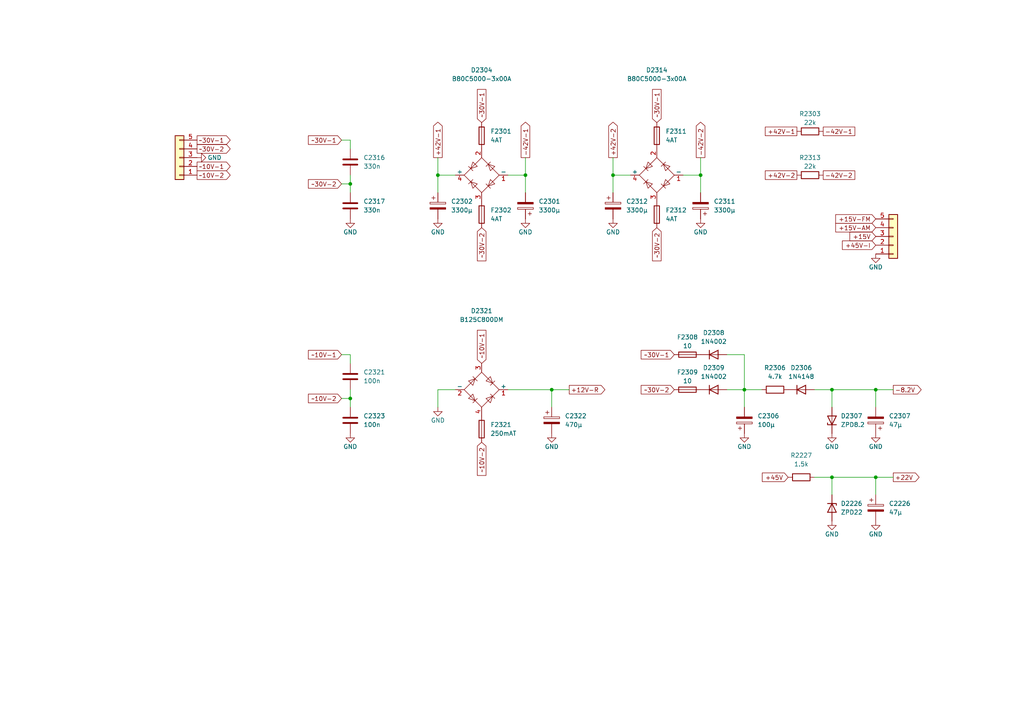
<source format=kicad_sch>
(kicad_sch (version 20230121) (generator eeschema)
  (paper "A4")
  (lib_symbols
    (symbol "Connector_Generic:Conn_01x05" (pin_names (offset 1.016) hide)
      (property "Reference" "J" (at 0 7.62 0))
      (property "Value" "Conn_01x05" (at 0 -7.62 0))
      (symbol "Conn_01x05_1_1"
        (rectangle (start -1.27 -4.953) (end 0 -5.207) (stroke (width 0.1524)))
        (rectangle (start -1.27 -2.413) (end 0 -2.667) (stroke (width 0.1524)))
        (rectangle (start -1.27 0.127) (end 0 -0.127) (stroke (width 0.1524)))
        (rectangle (start -1.27 2.667) (end 0 2.413) (stroke (width 0.1524)))
        (rectangle (start -1.27 5.207) (end 0 4.953) (stroke (width 0.1524)))
        (rectangle (start -1.27 6.35) (end 1.27 -6.35) (stroke (width 0.254)) (fill (type background)))
        (pin passive line (at -5.08 5.08 0) (length 3.81) (name "Pin_1") (number "1"))
        (pin passive line (at -5.08 2.54 0) (length 3.81) (name "Pin_2") (number "2"))
        (pin passive line (at -5.08 0 0) (length 3.81) (name "Pin_3") (number "3"))
        (pin passive line (at -5.08 -2.54 0) (length 3.81) (name "Pin_4") (number "4"))
        (pin passive line (at -5.08 -5.08 0) (length 3.81) (name "Pin_5") (number "5"))
      )
    )
    (symbol "Device:C" (pin_numbers hide) (pin_names (offset 0.254))
      (property "Reference" "C" (at 0.635 2.54 0))
      (property "Value" "C" (at 0.635 -2.54 0))
      (symbol "C_0_1"
        (polyline (pts (xy -2.032 -0.762) (xy 2.032 -0.762)) (stroke (width 0.508)))
        (polyline (pts (xy -2.032 0.762) (xy 2.032 0.762)) (stroke (width 0.508)))
      )
      (symbol "C_1_1"
        (pin passive line (at 0 3.81 270) (length 2.794) (name "~") (number "1"))
        (pin passive line (at 0 -3.81 90) (length 2.794) (name "~") (number "2"))
      )
    )
    (symbol "Device:C_Polarized" (pin_numbers hide) (pin_names (offset 0.254))
      (property "Reference" "C" (at 0.635 2.54 0))
      (property "Value" "C_Polarized" (at 0.635 -2.54 0))
      (symbol "C_Polarized_0_1"
        (rectangle (start -2.286 0.508) (end 2.286 1.016))
        (polyline (pts (xy -1.778 2.286) (xy -0.762 2.286)))
        (polyline (pts (xy -1.27 2.794) (xy -1.27 1.778)))
        (rectangle (start 2.286 -0.508) (end -2.286 -1.016) (fill (type outline)))
      )
      (symbol "C_Polarized_1_1"
        (pin passive line (at 0 3.81 270) (length 2.794) (name "~") (number "1"))
        (pin passive line (at 0 -3.81 90) (length 2.794) (name "~") (number "2"))
      )
    )
    (symbol "Device:D" (pin_numbers hide) (pin_names (offset 1.016) hide)
      (property "Reference" "D" (at 0 2.54 0))
      (property "Value" "D" (at 0 -2.54 0))
      (symbol "D_0_1"
        (polyline (pts (xy -1.27 1.27) (xy -1.27 -1.27)) (stroke (width 0.254)))
        (polyline (pts (xy 1.27 0) (xy -1.27 0)))
        (polyline (pts (xy 1.27 1.27) (xy 1.27 -1.27) (xy -1.27 0) (xy 1.27 1.27)) (stroke (width 0.254)))
      )
      (symbol "D_1_1"
        (pin passive line (at -3.81 0 0) (length 2.54) (name "K") (number "1"))
        (pin passive line (at 3.81 0 180) (length 2.54) (name "A") (number "2"))
      )
    )
    (symbol "Device:Fuse" (pin_numbers hide) (pin_names (offset 0))
      (property "Reference" "F" (at 2.032 0 90))
      (property "Value" "Fuse" (at -1.905 0 90))
      (symbol "Fuse_0_1"
        (rectangle (start -0.762 -2.54) (end 0.762 2.54) (stroke (width 0.254)))
        (polyline (pts (xy 0 2.54) (xy 0 -2.54)))
      )
      (symbol "Fuse_1_1"
        (pin passive line (at 0 3.81 270) (length 1.27) (name "~") (number "1"))
        (pin passive line (at 0 -3.81 90) (length 1.27) (name "~") (number "2"))
      )
    )
    (symbol "Device:R" (pin_numbers hide) (pin_names (offset 0))
      (property "Reference" "R" (at 2.032 0 90))
      (property "Value" "R" (at 0 0 90))
      (symbol "R_0_1"
        (rectangle (start -1.016 -2.54) (end 1.016 2.54) (stroke (width 0.254)))
      )
      (symbol "R_1_1"
        (pin passive line (at 0 3.81 270) (length 1.27) (name "~") (number "1"))
        (pin passive line (at 0 -3.81 90) (length 1.27) (name "~") (number "2"))
      )
    )
    (symbol "Diode:ZPDxx" (pin_numbers hide) (pin_names hide)
      (property "Reference" "D" (at 0 2.54 0))
      (property "Value" "ZPDxx" (at 0 -2.54 0))
      (symbol "ZPDxx_0_1"
        (polyline (pts (xy 1.27 0) (xy -1.27 0)))
        (polyline (pts (xy -1.27 -1.27) (xy -1.27 1.27) (xy -0.762 1.27)) (stroke (width 0.254)))
        (polyline (pts (xy 1.27 -1.27) (xy 1.27 1.27) (xy -1.27 0) (xy 1.27 -1.27)) (stroke (width 0.254)))
      )
      (symbol "ZPDxx_1_1"
        (pin passive line (at -3.81 0 0) (length 2.54) (name "K") (number "1"))
        (pin passive line (at 3.81 0 180) (length 2.54) (name "A") (number "2"))
      )
    )
    (symbol "Diode_Bridge:B125C800DM" (pin_names (offset 0))
      (property "Reference" "D" (at 2.54 6.985 0))
      (property "Value" "B125C800DM" (at 2.54 5.08 0))
      (symbol "B125C800DM_0_1"
        (polyline (pts (xy -2.54 3.81) (xy -1.27 2.54)))
        (polyline (pts (xy -1.27 -2.54) (xy -2.54 -3.81)))
        (polyline (pts (xy 2.54 -1.27) (xy 3.81 -2.54)))
        (polyline (pts (xy 2.54 1.27) (xy 3.81 2.54)))
        (polyline (pts (xy -3.81 2.54) (xy -2.54 1.27) (xy -1.905 3.175) (xy -3.81 2.54)))
        (polyline (pts (xy -2.54 -1.27) (xy -3.81 -2.54) (xy -1.905 -3.175) (xy -2.54 -1.27)))
        (polyline (pts (xy 1.27 2.54) (xy 2.54 3.81) (xy 3.175 1.905) (xy 1.27 2.54)))
        (polyline (pts (xy 3.175 -1.905) (xy 1.27 -2.54) (xy 2.54 -3.81) (xy 3.175 -1.905)))
        (polyline (pts (xy -5.08 0) (xy 0 -5.08) (xy 5.08 0) (xy 0 5.08) (xy -5.08 0)))
      )
      (symbol "B125C800DM_1_1"
        (pin passive line (at 7.62 0 180) (length 2.54) (name "+") (number "1"))
        (pin passive line (at -7.62 0 0) (length 2.54) (name "-") (number "2"))
        (pin passive line (at 0 -7.62 90) (length 2.54) (name "~") (number "3"))
        (pin passive line (at 0 7.62 270) (length 2.54) (name "~") (number "4"))
      )
    )
    (symbol "Diode_Bridge:B80C5000-3x00A" (pin_names (offset 0))
      (property "Reference" "D" (at 2.54 6.985 0))
      (property "Value" "B80C5000-3x00A" (at 2.54 5.08 0))
      (symbol "B80C5000-3x00A_0_1"
        (polyline (pts (xy -2.54 3.81) (xy -1.27 2.54)))
        (polyline (pts (xy -1.27 -2.54) (xy -2.54 -3.81)))
        (polyline (pts (xy 2.54 -1.27) (xy 3.81 -2.54)))
        (polyline (pts (xy 2.54 1.27) (xy 3.81 2.54)))
        (polyline (pts (xy -3.81 2.54) (xy -2.54 1.27) (xy -1.905 3.175) (xy -3.81 2.54)))
        (polyline (pts (xy -2.54 -1.27) (xy -3.81 -2.54) (xy -1.905 -3.175) (xy -2.54 -1.27)))
        (polyline (pts (xy 1.27 2.54) (xy 2.54 3.81) (xy 3.175 1.905) (xy 1.27 2.54)))
        (polyline (pts (xy 3.175 -1.905) (xy 1.27 -2.54) (xy 2.54 -3.81) (xy 3.175 -1.905)))
        (polyline (pts (xy -5.08 0) (xy 0 -5.08) (xy 5.08 0) (xy 0 5.08) (xy -5.08 0)))
      )
      (symbol "B80C5000-3x00A_1_1"
        (pin passive line (at -7.62 0 0) (length 2.54) (name "-") (number "1"))
        (pin passive line (at 0 7.62 270) (length 2.54) (name "~") (number "2"))
        (pin passive line (at 0 -7.62 90) (length 2.54) (name "~") (number "3"))
        (pin passive line (at 7.62 0 180) (length 2.54) (name "+") (number "4"))
      )
    )
    (symbol "power:GND" (power) (pin_names (offset 0))
      (property "Value" "GND" (at 0 -3.81 0))
      (symbol "GND_0_1"
        (polyline (pts (xy 0 0) (xy 0 -1.27) (xy 1.27 -1.27) (xy 0 -2.54) (xy -1.27 -1.27) (xy 0 -1.27)))
      )
      (symbol "GND_1_1"
        (pin power_in line (at 0 0 270) (length 0) hide (name "GND") (number "1"))
      )
    )
  )
  (junction (at 254 138.43))
  (junction (at 203.2 50.8))
  (junction (at 101.6 115.57))
  (junction (at 215.9 113.03))
  (junction (at 160.02 113.03))
  (junction (at 241.3 138.43))
  (junction (at 101.6 53.34))
  (junction (at 254 113.03))
  (junction (at 177.8 50.8))
  (junction (at 241.3 113.03))
  (junction (at 127 50.8))
  (junction (at 152.4 50.8))
  (wire (pts (xy 101.6 115.57) (xy 101.6 113.03)))
  (wire (pts (xy 160.02 113.03) (xy 160.02 118.11)))
  (wire (pts (xy 127 50.8) (xy 127 55.88)))
  (wire (pts (xy 177.8 45.72) (xy 177.8 50.8)))
  (wire (pts (xy 99.06 115.57) (xy 101.6 115.57)))
  (wire (pts (xy 101.6 53.34) (xy 101.6 55.88)))
  (wire (pts (xy 147.32 113.03) (xy 160.02 113.03)))
  (wire (pts (xy 101.6 40.64) (xy 101.6 43.18)))
  (wire (pts (xy 215.9 113.03) (xy 215.9 118.11)))
  (wire (pts (xy 203.2 50.8) (xy 198.12 50.8)))
  (wire (pts (xy 132.08 50.8) (xy 127 50.8)))
  (wire (pts (xy 254 138.43) (xy 259.08 138.43)))
  (wire (pts (xy 254 138.43) (xy 241.3 138.43)))
  (wire (pts (xy 215.9 113.03) (xy 220.98 113.03)))
  (wire (pts (xy 147.32 50.8) (xy 152.4 50.8)))
  (wire (pts (xy 101.6 102.87) (xy 101.6 105.41)))
  (wire (pts (xy 203.2 45.72) (xy 203.2 50.8)))
  (wire (pts (xy 241.3 113.03) (xy 254 113.03)))
  (wire (pts (xy 101.6 53.34) (xy 101.6 50.8)))
  (wire (pts (xy 127 45.72) (xy 127 50.8)))
  (wire (pts (xy 210.82 102.87) (xy 215.9 102.87)))
  (wire (pts (xy 127 113.03) (xy 132.08 113.03)))
  (wire (pts (xy 99.06 102.87) (xy 101.6 102.87)))
  (wire (pts (xy 99.06 40.64) (xy 101.6 40.64)))
  (wire (pts (xy 215.9 102.87) (xy 215.9 113.03)))
  (wire (pts (xy 236.22 113.03) (xy 241.3 113.03)))
  (wire (pts (xy 182.88 50.8) (xy 177.8 50.8)))
  (wire (pts (xy 160.02 113.03) (xy 165.1 113.03)))
  (wire (pts (xy 152.4 50.8) (xy 152.4 55.88)))
  (wire (pts (xy 241.3 113.03) (xy 241.3 118.11)))
  (wire (pts (xy 210.82 113.03) (xy 215.9 113.03)))
  (wire (pts (xy 101.6 115.57) (xy 101.6 118.11)))
  (wire (pts (xy 152.4 45.72) (xy 152.4 50.8)))
  (wire (pts (xy 127 118.11) (xy 127 113.03)))
  (wire (pts (xy 177.8 50.8) (xy 177.8 55.88)))
  (wire (pts (xy 203.2 55.88) (xy 203.2 50.8)))
  (wire (pts (xy 254 113.03) (xy 254 118.11)))
  (wire (pts (xy 241.3 138.43) (xy 241.3 143.51)))
  (wire (pts (xy 236.22 138.43) (xy 241.3 138.43)))
  (wire (pts (xy 254 113.03) (xy 259.08 113.03)))
  (wire (pts (xy 254 143.51) (xy 254 138.43)))
  (wire (pts (xy 99.06 53.34) (xy 101.6 53.34)))
  (global_label "-8.2V" (shape output) (at 259.08 113.03 0) (property "Intersheetrefs" "${INTERSHEET_REFS}" (effects hide)))
  (global_label "+42V-1" (shape passive) (at 231.14 38.1 180) (property "Intersheetrefs" "${INTERSHEET_REFS}" (effects hide)))
  (global_label "~30V-2" (shape input) (at 139.7 66.04 270) (property "Intersheetrefs" "${INTERSHEET_REFS}" (effects hide)))
  (global_label "~10V-2" (shape output) (at 57.15 50.8 0) (property "Intersheetrefs" "${INTERSHEET_REFS}" (effects hide)))
  (global_label "-42V-1" (shape output) (at 152.4 45.72 90) (property "Intersheetrefs" "${INTERSHEET_REFS}" (effects hide)))
  (global_label "+45V-I" (shape input) (at 254 71.12 180) (property "Intersheetrefs" "${INTERSHEET_REFS}" (effects hide)))
  (global_label "+42V-1" (shape output) (at 127 45.72 90) (property "Intersheetrefs" "${INTERSHEET_REFS}" (effects hide)))
  (global_label "~10V-1" (shape output) (at 57.15 48.26 0) (property "Intersheetrefs" "${INTERSHEET_REFS}" (effects hide)))
  (global_label "~30V-1" (shape output) (at 57.15 40.64 0) (property "Intersheetrefs" "${INTERSHEET_REFS}" (effects hide)))
  (global_label "~30V-2" (shape input) (at 99.06 53.34 180) (property "Intersheetrefs" "${INTERSHEET_REFS}" (effects hide)))
  (global_label "+15V" (shape input) (at 254 68.58 180) (property "Intersheetrefs" "${INTERSHEET_REFS}" (effects hide)))
  (global_label "~30V-1" (shape input) (at 190.5 35.56 90) (property "Intersheetrefs" "${INTERSHEET_REFS}" (effects hide)))
  (global_label "~10V-1" (shape input) (at 99.06 102.87 180) (property "Intersheetrefs" "${INTERSHEET_REFS}" (effects hide)))
  (global_label "+15V-AM" (shape input) (at 254 66.04 180) (property "Intersheetrefs" "${INTERSHEET_REFS}" (effects hide)))
  (global_label "-42V-2" (shape passive) (at 238.76 50.8 0) (property "Intersheetrefs" "${INTERSHEET_REFS}" (effects hide)))
  (global_label "+15V-FM" (shape input) (at 254 63.5 180) (property "Intersheetrefs" "${INTERSHEET_REFS}" (effects hide)))
  (global_label "~10V-2" (shape input) (at 99.06 115.57 180) (property "Intersheetrefs" "${INTERSHEET_REFS}" (effects hide)))
  (global_label "+12V-R" (shape output) (at 165.1 113.03 0) (property "Intersheetrefs" "${INTERSHEET_REFS}" (effects hide)))
  (global_label "+45V" (shape input) (at 228.6 138.43 180) (property "Intersheetrefs" "${INTERSHEET_REFS}" (effects hide)))
  (global_label "~30V-1" (shape input) (at 139.7 35.56 90) (property "Intersheetrefs" "${INTERSHEET_REFS}" (effects hide)))
  (global_label "~30V-2" (shape input) (at 190.5 66.04 270) (property "Intersheetrefs" "${INTERSHEET_REFS}" (effects hide)))
  (global_label "+42V-2" (shape passive) (at 231.14 50.8 180) (property "Intersheetrefs" "${INTERSHEET_REFS}" (effects hide)))
  (global_label "-42V-1" (shape passive) (at 238.76 38.1 0) (property "Intersheetrefs" "${INTERSHEET_REFS}" (effects hide)))
  (global_label "+22V" (shape output) (at 259.08 138.43 0) (property "Intersheetrefs" "${INTERSHEET_REFS}" (effects hide)))
  (global_label "~30V-2" (shape output) (at 57.15 43.18 0) (property "Intersheetrefs" "${INTERSHEET_REFS}" (effects hide)))
  (global_label "~30V-2" (shape input) (at 195.58 113.03 180) (property "Intersheetrefs" "${INTERSHEET_REFS}" (effects hide)))
  (global_label "~30V-1" (shape input) (at 99.06 40.64 180) (property "Intersheetrefs" "${INTERSHEET_REFS}" (effects hide)))
  (global_label "+42V-2" (shape output) (at 177.8 45.72 90) (property "Intersheetrefs" "${INTERSHEET_REFS}" (effects hide)))
  (global_label "~10V-2" (shape input) (at 139.7 128.27 270) (property "Intersheetrefs" "${INTERSHEET_REFS}" (effects hide)))
  (global_label "~30V-1" (shape input) (at 195.58 102.87 180) (property "Intersheetrefs" "${INTERSHEET_REFS}" (effects hide)))
  (global_label "-42V-2" (shape output) (at 203.2 45.72 90) (property "Intersheetrefs" "${INTERSHEET_REFS}" (effects hide)))
  (global_label "~10V-1" (shape input) (at 139.7 105.41 90) (property "Intersheetrefs" "${INTERSHEET_REFS}" (effects hide)))
  (symbol (lib_id "power:GND") (at 127 63.5 0) (unit 1)
    (property "Reference" "#PWR020" (effects hide))
    (property "Value" "GND" (at 127 67.31 0))
  )
  (symbol (lib_id "Device:C_Polarized") (at 160.02 121.92 0) (unit 1)
    (property "Reference" "C2322" (at 163.83 120.65 0) (effects (justify left)))
    (property "Value" "470µ" (at 163.83 123.19 0) (effects (justify left)))
    (property "Footprint" "Capacitor_THT:CP_Radial_D10.0mm_P5.00mm" (effects hide))
  )
  (symbol (lib_id "Device:C_Polarized") (at 215.9 121.92 0) (mirror x) (unit 1)
    (property "Reference" "C2306" (at 219.71 120.65 0) (effects (justify left)))
    (property "Value" "100µ" (at 219.71 123.19 0) (effects (justify left)))
    (property "Footprint" "Capacitor_THT:CP_Radial_D10.0mm_P5.00mm" (effects hide))
  )
  (symbol (lib_id "Device:C_Polarized") (at 254 121.92 180) (unit 1)
    (property "Reference" "C2307" (at 257.81 120.65 0) (effects (justify right)))
    (property "Value" "47µ" (at 257.81 123.19 0) (effects (justify right)))
    (property "Footprint" "Capacitor_THT:CP_Radial_D6.3mm_P2.50mm" (effects hide))
  )
  (symbol (lib_id "Diode_Bridge:B80C5000-3x00A") (at 139.7 50.8 0) (mirror y) (unit 1)
    (property "Reference" "D2304" (at 139.7 20.32 0))
    (property "Value" "B80C5000-3x00A" (at 139.7 22.86 0))
    (property "Footprint" "Diode_THT:Diode_Bridge_32.0x5.6x17.0mm_P10.0mm_P7.5mm" (effects hide))
    (property "Datasheet" "https://diotec.com/tl_files/diotec/files/pdf/datasheets/b40c500033" (effects hide))
  )
  (symbol (lib_id "power:GND") (at 254 73.66 0) (unit 1)
    (property "Reference" "#PWR031" (effects hide))
    (property "Value" "GND" (at 254 77.47 0))
  )
  (symbol (lib_id "Device:D") (at 207.01 102.87 0) (unit 1)
    (property "Reference" "D2308" (at 207.01 96.52 0))
    (property "Value" "1N4002" (at 207.01 99.06 0))
    (property "Footprint" "Diode_THT:D_DO-41_SOD81_P10.16mm_Horizontal" (effects hide))
    (property "Sim.Device" "D" (effects hide))
    (property "Sim.Pins" "1=K 2=A" (effects hide))
  )
  (symbol (lib_id "Device:C") (at 101.6 121.92 0) (unit 1)
    (property "Reference" "C2323" (at 105.41 120.65 0) (effects (justify left)))
    (property "Value" "100n" (at 105.41 123.19 0) (effects (justify left)))
    (property "Footprint" "Capacitor_THT:C_Rect_L7.0mm_W2.0mm_P5.00mm" (effects hide))
  )
  (symbol (lib_id "Diode:ZPDxx") (at 241.3 121.92 90) (unit 1)
    (property "Reference" "D2307" (at 243.84 120.65 90) (effects (justify right)))
    (property "Value" "ZPD8.2" (at 243.84 123.19 90) (effects (justify right)))
    (property "Footprint" "Diode_THT:D_DO-35_SOD27_P10.16mm_Horizontal" (effects hide))
    (property "Datasheet" "http://diotec.com/tl_files/diotec/files/pdf/datasheets/zpd1" (effects hide))
  )
  (symbol (lib_id "Device:D") (at 207.01 113.03 0) (unit 1)
    (property "Reference" "D2309" (at 207.01 106.68 0))
    (property "Value" "1N4002" (at 207.01 109.22 0))
    (property "Footprint" "Diode_THT:D_DO-41_SOD81_P10.16mm_Horizontal" (effects hide))
    (property "Sim.Device" "D" (effects hide))
    (property "Sim.Pins" "1=K 2=A" (effects hide))
  )
  (symbol (lib_id "power:GND") (at 203.2 63.5 0) (unit 1)
    (property "Reference" "#PWR023" (effects hide))
    (property "Value" "GND" (at 203.2 67.31 0))
  )
  (symbol (lib_id "power:GND") (at 160.02 125.73 0) (unit 1)
    (property "Reference" "#PWR024" (effects hide))
    (property "Value" "GND" (at 160.02 129.54 0))
  )
  (symbol (lib_id "Diode_Bridge:B80C5000-3x00A") (at 190.5 50.8 0) (mirror y) (unit 1)
    (property "Reference" "D2314" (at 190.5 20.32 0))
    (property "Value" "B80C5000-3x00A" (at 190.5 22.86 0))
    (property "Footprint" "Diode_THT:Diode_Bridge_32.0x5.6x17.0mm_P10.0mm_P7.5mm" (effects hide))
    (property "Datasheet" "https://diotec.com/tl_files/diotec/files/pdf/datasheets/b40c500033" (effects hide))
  )
  (symbol (lib_id "power:GND") (at 241.3 151.13 0) (unit 1)
    (property "Reference" "#PWR033" (effects hide))
    (property "Value" "GND" (at 241.3 154.94 0))
  )
  (symbol (lib_id "Device:R") (at 234.95 38.1 90) (unit 1)
    (property "Reference" "R2303" (at 234.95 33.02 90))
    (property "Value" "22k" (at 234.95 35.56 90))
    (property "Footprint" "Resistor_THT:R_Axial_DIN0309_L9.0mm_D3.2mm_P15.24mm_Horizontal" (effects hide))
  )
  (symbol (lib_id "Device:R") (at 232.41 138.43 90) (unit 1)
    (property "Reference" "R2227" (at 232.41 132.08 90))
    (property "Value" "1.5k" (at 232.41 134.62 90))
    (property "Footprint" "Resistor_THT:R_Axial_DIN0207_L6.3mm_D2.5mm_P10.16mm_Horizontal" (effects hide))
  )
  (symbol (lib_id "power:GND") (at 254 125.73 0) (unit 1)
    (property "Reference" "#PWR028" (effects hide))
    (property "Value" "GND" (at 254 129.54 0))
  )
  (symbol (lib_id "Device:Fuse") (at 190.5 39.37 0) (unit 1)
    (property "Reference" "F2311" (at 193.04 38.1 0) (effects (justify left)))
    (property "Value" "4AT" (at 193.04 40.64 0) (effects (justify left)))
    (property "Footprint" "Library:Fuseholder_Clip-5x20mm" (effects hide))
  )
  (symbol (lib_id "power:GND") (at 177.8 63.5 0) (unit 1)
    (property "Reference" "#PWR022" (effects hide))
    (property "Value" "GND" (at 177.8 67.31 0))
  )
  (symbol (lib_id "Device:R") (at 224.79 113.03 90) (unit 1)
    (property "Reference" "R2306" (at 224.79 106.68 90))
    (property "Value" "4.7k" (at 224.79 109.22 90))
    (property "Footprint" "Resistor_THT:R_Axial_DIN0207_L6.3mm_D2.5mm_P10.16mm_Horizontal" (effects hide))
  )
  (symbol (lib_id "power:GND") (at 57.15 45.72 90) (unit 1)
    (property "Reference" "#PWR018" (effects hide))
    (property "Value" "GND" (at 62.23 45.72 90))
  )
  (symbol (lib_id "Device:Fuse") (at 139.7 124.46 0) (unit 1)
    (property "Reference" "F2321" (at 142.24 123.19 0) (effects (justify left)))
    (property "Value" "250mAT" (at 142.24 125.73 0) (effects (justify left)))
    (property "Footprint" "Library:Fuseholder_Clip-5x20mm" (effects hide))
  )
  (symbol (lib_id "power:GND") (at 101.6 125.73 0) (unit 1)
    (property "Reference" "#PWR025" (effects hide))
    (property "Value" "GND" (at 101.6 129.54 0))
  )
  (symbol (lib_id "power:GND") (at 215.9 125.73 0) (unit 1)
    (property "Reference" "#PWR054" (effects hide))
    (property "Value" "GND" (at 215.9 129.54 0))
  )
  (symbol (lib_id "Device:C") (at 101.6 109.22 0) (mirror x) (unit 1)
    (property "Reference" "C2321" (at 105.41 107.95 0) (effects (justify left)))
    (property "Value" "100n" (at 105.41 110.49 0) (effects (justify left)))
    (property "Footprint" "Capacitor_THT:C_Rect_L7.0mm_W2.0mm_P5.00mm" (effects hide))
  )
  (symbol (lib_id "Device:C") (at 101.6 46.99 180) (unit 1)
    (property "Reference" "C2316" (at 105.41 45.72 0) (effects (justify right)))
    (property "Value" "330n" (at 105.41 48.26 0) (effects (justify right)))
    (property "Footprint" "Capacitor_THT:C_Rect_L18.0mm_W5.0mm_P15.00mm_FKS3_FKP3" (effects hide))
  )
  (symbol (lib_id "power:GND") (at 152.4 63.5 0) (unit 1)
    (property "Reference" "#PWR021" (effects hide))
    (property "Value" "GND" (at 152.4 67.31 0))
  )
  (symbol (lib_id "Device:C") (at 101.6 59.69 0) (unit 1)
    (property "Reference" "C2317" (at 105.41 58.42 0) (effects (justify left)))
    (property "Value" "330n" (at 105.41 60.96 0) (effects (justify left)))
    (property "Footprint" "Capacitor_THT:C_Rect_L18.0mm_W5.0mm_P15.00mm_FKS3_FKP3" (effects hide))
  )
  (symbol (lib_id "Device:R") (at 234.95 50.8 90) (unit 1)
    (property "Reference" "R2313" (at 234.95 45.72 90))
    (property "Value" "22k" (at 234.95 48.26 90))
    (property "Footprint" "Resistor_THT:R_Axial_DIN0309_L9.0mm_D3.2mm_P15.24mm_Horizontal" (effects hide))
  )
  (symbol (lib_id "Diode_Bridge:B125C800DM") (at 139.7 113.03 0) (mirror x) (unit 1)
    (property "Reference" "D2321" (at 139.7 90.17 0))
    (property "Value" "B125C800DM" (at 139.7 92.71 0))
    (property "Footprint" "Diode_THT:Diode_Bridge_DIP-4_W7.62mm_P5.08mm" (effects hide))
    (property "Datasheet" "https://www.vishay.com/docs/88533/800dm.pdf" (effects hide))
  )
  (symbol (lib_id "Connector_Generic:Conn_01x05") (at 52.07 45.72 180) (unit 1)
    (property "Reference" "J23" (effects hide))
    (property "Value" "Conn_01x05" (effects hide))
    (property "Footprint" "Library:Conn_01x05_5mm" (effects hide))
  )
  (symbol (lib_id "Device:C_Polarized") (at 127 59.69 0) (unit 1)
    (property "Reference" "C2302" (at 130.81 58.42 0) (effects (justify left)))
    (property "Value" "3300µ" (at 130.81 60.96 0) (effects (justify left)))
    (property "Footprint" "Capacitor_THT:CP_Radial_D30.0mm_P10.00mm_SnapIn" (effects hide))
  )
  (symbol (lib_id "Device:Fuse") (at 139.7 39.37 0) (unit 1)
    (property "Reference" "F2301" (at 142.24 38.1 0) (effects (justify left)))
    (property "Value" "4AT" (at 142.24 40.64 0) (effects (justify left)))
    (property "Footprint" "Library:Fuseholder_Clip-5x20mm" (effects hide))
  )
  (symbol (lib_id "Device:C_Polarized") (at 152.4 59.69 180) (unit 1)
    (property "Reference" "C2301" (at 156.21 58.42 0) (effects (justify right)))
    (property "Value" "3300µ" (at 156.21 60.96 0) (effects (justify right)))
    (property "Footprint" "Capacitor_THT:CP_Radial_D30.0mm_P10.00mm_SnapIn" (effects hide))
  )
  (symbol (lib_id "Diode:ZPDxx") (at 241.3 147.32 270) (unit 1)
    (property "Reference" "D2226" (at 243.84 146.05 90) (effects (justify left)))
    (property "Value" "ZPD22" (at 243.84 148.59 90) (effects (justify left)))
    (property "Footprint" "Diode_THT:D_DO-35_SOD27_P10.16mm_Horizontal" (effects hide))
    (property "Datasheet" "http://diotec.com/tl_files/diotec/files/pdf/datasheets/zpd1" (effects hide))
  )
  (symbol (lib_id "Device:Fuse") (at 199.39 113.03 90) (unit 1)
    (property "Reference" "F2309" (at 199.39 107.95 90))
    (property "Value" "10" (at 199.39 110.49 90))
    (property "Footprint" "Resistor_THT:R_Axial_DIN0207_L6.3mm_D2.5mm_P10.16mm_Horizontal" (effects hide))
  )
  (symbol (lib_id "Device:C_Polarized") (at 177.8 59.69 0) (unit 1)
    (property "Reference" "C2312" (at 181.61 58.42 0) (effects (justify left)))
    (property "Value" "3300µ" (at 181.61 60.96 0) (effects (justify left)))
    (property "Footprint" "Capacitor_THT:CP_Radial_D30.0mm_P10.00mm_SnapIn" (effects hide))
  )
  (symbol (lib_id "power:GND") (at 101.6 63.5 0) (unit 1)
    (property "Reference" "#PWR019" (effects hide))
    (property "Value" "GND" (at 101.6 67.31 0))
  )
  (symbol (lib_id "power:GND") (at 127 118.11 0) (unit 1)
    (property "Reference" "#PWR026" (effects hide))
    (property "Value" "GND" (at 127 121.92 0))
  )
  (symbol (lib_id "Device:Fuse") (at 199.39 102.87 90) (unit 1)
    (property "Reference" "F2308" (at 199.39 97.79 90))
    (property "Value" "10" (at 199.39 100.33 90))
    (property "Footprint" "Resistor_THT:R_Axial_DIN0207_L6.3mm_D2.5mm_P10.16mm_Horizontal" (effects hide))
  )
  (symbol (lib_id "power:GND") (at 241.3 125.73 0) (unit 1)
    (property "Reference" "#PWR027" (effects hide))
    (property "Value" "GND" (at 241.3 129.54 0))
  )
  (symbol (lib_id "Device:Fuse") (at 190.5 62.23 0) (unit 1)
    (property "Reference" "F2312" (at 193.04 60.96 0) (effects (justify left)))
    (property "Value" "4AT" (at 193.04 63.5 0) (effects (justify left)))
    (property "Footprint" "Library:Fuseholder_Clip-5x20mm" (effects hide))
  )
  (symbol (lib_id "Connector_Generic:Conn_01x05") (at 259.08 68.58 0) (mirror x) (unit 1)
    (property "Reference" "J17" (effects hide))
    (property "Value" "Conn_01x05" (effects hide))
    (property "Footprint" "Library:STOCKO-MKS-1655_1755" (effects hide))
  )
  (symbol (lib_id "Device:Fuse") (at 139.7 62.23 0) (unit 1)
    (property "Reference" "F2302" (at 142.24 60.96 0) (effects (justify left)))
    (property "Value" "4AT" (at 142.24 63.5 0) (effects (justify left)))
    (property "Footprint" "Library:Fuseholder_Clip-5x20mm" (effects hide))
  )
  (symbol (lib_id "Device:C_Polarized") (at 254 147.32 0) (unit 1)
    (property "Reference" "C2226" (at 257.81 146.05 0) (effects (justify left)))
    (property "Value" "47µ" (at 257.81 148.59 0) (effects (justify left)))
    (property "Footprint" "Capacitor_THT:CP_Radial_D6.3mm_P2.50mm" (effects hide))
  )
  (symbol (lib_id "Device:C_Polarized") (at 203.2 59.69 180) (unit 1)
    (property "Reference" "C2311" (at 207.01 58.42 0) (effects (justify right)))
    (property "Value" "3300µ" (at 207.01 60.96 0) (effects (justify right)))
    (property "Footprint" "Capacitor_THT:CP_Radial_D30.0mm_P10.00mm_SnapIn" (effects hide))
  )
  (symbol (lib_id "power:GND") (at 254 151.13 0) (unit 1)
    (property "Reference" "#PWR032" (effects hide))
    (property "Value" "GND" (at 254 154.94 0))
  )
  (symbol (lib_id "Device:D") (at 232.41 113.03 0) (unit 1)
    (property "Reference" "D2306" (at 232.41 106.68 0))
    (property "Value" "1N4148" (at 232.41 109.22 0))
    (property "Footprint" "Diode_THT:D_DO-35_SOD27_P10.16mm_Horizontal" (effects hide))
    (property "Sim.Device" "D" (effects hide))
    (property "Sim.Pins" "1=K 2=A" (effects hide))
  )
)
</source>
